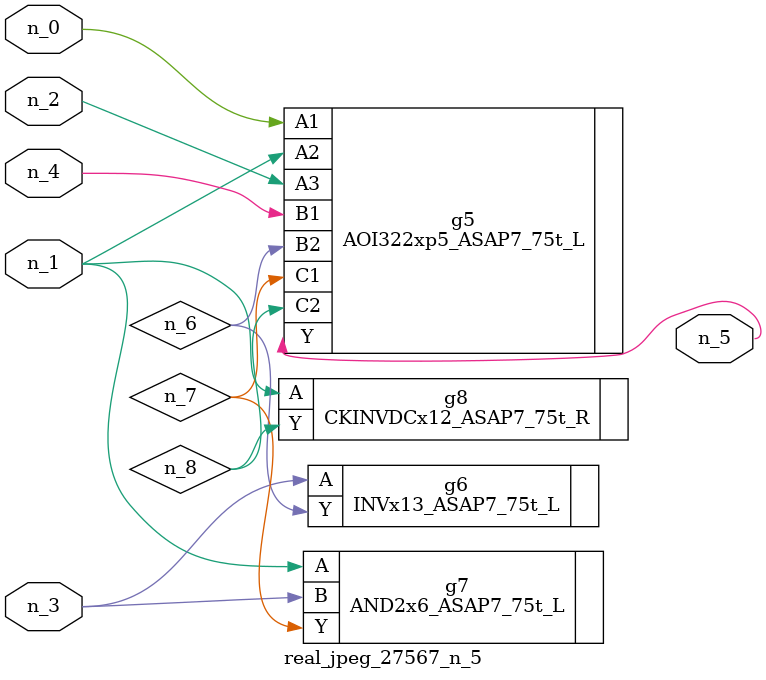
<source format=v>
module real_jpeg_27567_n_5 (n_4, n_0, n_1, n_2, n_3, n_5);

input n_4;
input n_0;
input n_1;
input n_2;
input n_3;

output n_5;

wire n_8;
wire n_6;
wire n_7;

AOI322xp5_ASAP7_75t_L g5 ( 
.A1(n_0),
.A2(n_1),
.A3(n_2),
.B1(n_4),
.B2(n_6),
.C1(n_7),
.C2(n_8),
.Y(n_5)
);

AND2x6_ASAP7_75t_L g7 ( 
.A(n_1),
.B(n_3),
.Y(n_7)
);

CKINVDCx12_ASAP7_75t_R g8 ( 
.A(n_1),
.Y(n_8)
);

INVx13_ASAP7_75t_L g6 ( 
.A(n_3),
.Y(n_6)
);


endmodule
</source>
